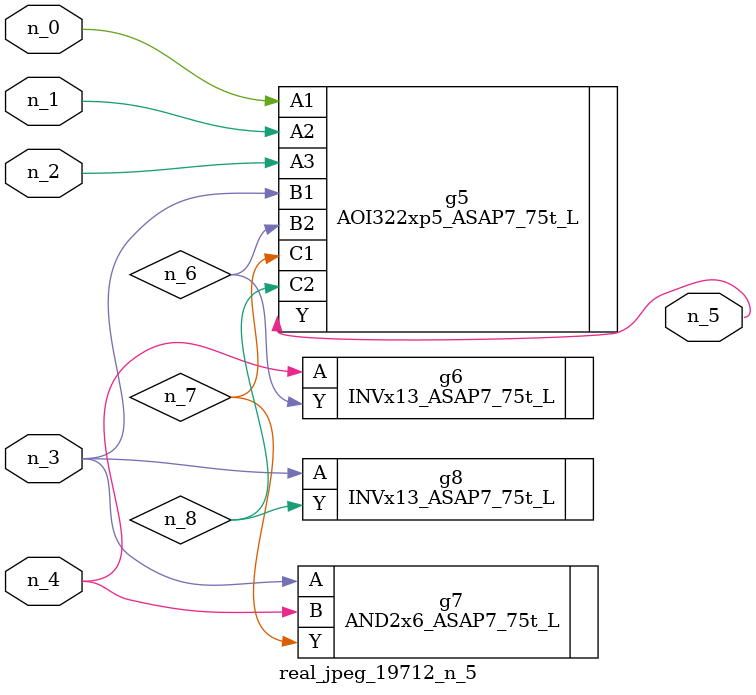
<source format=v>
module real_jpeg_19712_n_5 (n_4, n_0, n_1, n_2, n_3, n_5);

input n_4;
input n_0;
input n_1;
input n_2;
input n_3;

output n_5;

wire n_8;
wire n_6;
wire n_7;

AOI322xp5_ASAP7_75t_L g5 ( 
.A1(n_0),
.A2(n_1),
.A3(n_2),
.B1(n_3),
.B2(n_6),
.C1(n_7),
.C2(n_8),
.Y(n_5)
);

AND2x6_ASAP7_75t_L g7 ( 
.A(n_3),
.B(n_4),
.Y(n_7)
);

INVx13_ASAP7_75t_L g8 ( 
.A(n_3),
.Y(n_8)
);

INVx13_ASAP7_75t_L g6 ( 
.A(n_4),
.Y(n_6)
);


endmodule
</source>
